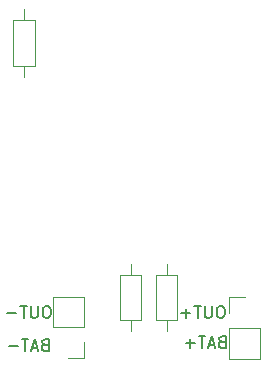
<source format=gbr>
%TF.GenerationSoftware,KiCad,Pcbnew,(6.0.9)*%
%TF.CreationDate,2023-04-16T11:33:15+02:00*%
%TF.ProjectId,PCB_zavrsni,5043425f-7a61-4767-9273-6e692e6b6963,rev?*%
%TF.SameCoordinates,Original*%
%TF.FileFunction,Legend,Bot*%
%TF.FilePolarity,Positive*%
%FSLAX46Y46*%
G04 Gerber Fmt 4.6, Leading zero omitted, Abs format (unit mm)*
G04 Created by KiCad (PCBNEW (6.0.9)) date 2023-04-16 11:33:15*
%MOMM*%
%LPD*%
G01*
G04 APERTURE LIST*
%ADD10C,0.150000*%
%ADD11C,0.120000*%
G04 APERTURE END LIST*
D10*
X216757047Y-70572380D02*
X216566571Y-70572380D01*
X216471333Y-70620000D01*
X216376095Y-70715238D01*
X216328476Y-70905714D01*
X216328476Y-71239047D01*
X216376095Y-71429523D01*
X216471333Y-71524761D01*
X216566571Y-71572380D01*
X216757047Y-71572380D01*
X216852285Y-71524761D01*
X216947523Y-71429523D01*
X216995142Y-71239047D01*
X216995142Y-70905714D01*
X216947523Y-70715238D01*
X216852285Y-70620000D01*
X216757047Y-70572380D01*
X215899904Y-70572380D02*
X215899904Y-71381904D01*
X215852285Y-71477142D01*
X215804666Y-71524761D01*
X215709428Y-71572380D01*
X215518952Y-71572380D01*
X215423714Y-71524761D01*
X215376095Y-71477142D01*
X215328476Y-71381904D01*
X215328476Y-70572380D01*
X214995142Y-70572380D02*
X214423714Y-70572380D01*
X214709428Y-71572380D02*
X214709428Y-70572380D01*
X214090380Y-71191428D02*
X213328476Y-71191428D01*
X213709428Y-71572380D02*
X213709428Y-70810476D01*
X216749142Y-73588571D02*
X216606285Y-73636190D01*
X216558666Y-73683809D01*
X216511047Y-73779047D01*
X216511047Y-73921904D01*
X216558666Y-74017142D01*
X216606285Y-74064761D01*
X216701523Y-74112380D01*
X217082476Y-74112380D01*
X217082476Y-73112380D01*
X216749142Y-73112380D01*
X216653904Y-73160000D01*
X216606285Y-73207619D01*
X216558666Y-73302857D01*
X216558666Y-73398095D01*
X216606285Y-73493333D01*
X216653904Y-73540952D01*
X216749142Y-73588571D01*
X217082476Y-73588571D01*
X216130095Y-73826666D02*
X215653904Y-73826666D01*
X216225333Y-74112380D02*
X215892000Y-73112380D01*
X215558666Y-74112380D01*
X215368190Y-73112380D02*
X214796761Y-73112380D01*
X215082476Y-74112380D02*
X215082476Y-73112380D01*
X214463428Y-73731428D02*
X213701523Y-73731428D01*
X214082476Y-74112380D02*
X214082476Y-73350476D01*
X202025047Y-70572380D02*
X201834571Y-70572380D01*
X201739333Y-70620000D01*
X201644095Y-70715238D01*
X201596476Y-70905714D01*
X201596476Y-71239047D01*
X201644095Y-71429523D01*
X201739333Y-71524761D01*
X201834571Y-71572380D01*
X202025047Y-71572380D01*
X202120285Y-71524761D01*
X202215523Y-71429523D01*
X202263142Y-71239047D01*
X202263142Y-70905714D01*
X202215523Y-70715238D01*
X202120285Y-70620000D01*
X202025047Y-70572380D01*
X201167904Y-70572380D02*
X201167904Y-71381904D01*
X201120285Y-71477142D01*
X201072666Y-71524761D01*
X200977428Y-71572380D01*
X200786952Y-71572380D01*
X200691714Y-71524761D01*
X200644095Y-71477142D01*
X200596476Y-71381904D01*
X200596476Y-70572380D01*
X200263142Y-70572380D02*
X199691714Y-70572380D01*
X199977428Y-71572380D02*
X199977428Y-70572380D01*
X199358380Y-71191428D02*
X198596476Y-71191428D01*
X201763142Y-73842571D02*
X201620285Y-73890190D01*
X201572666Y-73937809D01*
X201525047Y-74033047D01*
X201525047Y-74175904D01*
X201572666Y-74271142D01*
X201620285Y-74318761D01*
X201715523Y-74366380D01*
X202096476Y-74366380D01*
X202096476Y-73366380D01*
X201763142Y-73366380D01*
X201667904Y-73414000D01*
X201620285Y-73461619D01*
X201572666Y-73556857D01*
X201572666Y-73652095D01*
X201620285Y-73747333D01*
X201667904Y-73794952D01*
X201763142Y-73842571D01*
X202096476Y-73842571D01*
X201144095Y-74080666D02*
X200667904Y-74080666D01*
X201239333Y-74366380D02*
X200906000Y-73366380D01*
X200572666Y-74366380D01*
X200382190Y-73366380D02*
X199810761Y-73366380D01*
X200096476Y-74366380D02*
X200096476Y-73366380D01*
X199477428Y-73985428D02*
X198715523Y-73985428D01*
D11*
%TO.C,R3*%
X199080000Y-50230000D02*
X199080000Y-46390000D01*
X199080000Y-46390000D02*
X200920000Y-46390000D01*
X200920000Y-46390000D02*
X200920000Y-50230000D01*
X200000000Y-51180000D02*
X200000000Y-50230000D01*
X200000000Y-45440000D02*
X200000000Y-46390000D01*
X200920000Y-50230000D02*
X199080000Y-50230000D01*
%TO.C,J4*%
X205088000Y-72370000D02*
X205088000Y-69770000D01*
X202428000Y-72370000D02*
X205088000Y-72370000D01*
X202428000Y-69770000D02*
X205088000Y-69770000D01*
X202428000Y-72370000D02*
X202428000Y-69770000D01*
X203758000Y-74970000D02*
X205088000Y-74970000D01*
X205088000Y-74970000D02*
X205088000Y-73640000D01*
%TO.C,R2*%
X209962000Y-67930000D02*
X209962000Y-71770000D01*
X209042000Y-66980000D02*
X209042000Y-67930000D01*
X208122000Y-67930000D02*
X209962000Y-67930000D01*
X209962000Y-71770000D02*
X208122000Y-71770000D01*
X209042000Y-72720000D02*
X209042000Y-71770000D01*
X208122000Y-71770000D02*
X208122000Y-67930000D01*
%TO.C,R1*%
X211170000Y-67930000D02*
X213010000Y-67930000D01*
X212090000Y-66980000D02*
X212090000Y-67930000D01*
X213010000Y-67930000D02*
X213010000Y-71770000D01*
X212090000Y-72720000D02*
X212090000Y-71770000D01*
X211170000Y-71770000D02*
X211170000Y-67930000D01*
X213010000Y-71770000D02*
X211170000Y-71770000D01*
%TO.C,J3*%
X217364000Y-69810000D02*
X217364000Y-71140000D01*
X220024000Y-72410000D02*
X220024000Y-75010000D01*
X220024000Y-75010000D02*
X217364000Y-75010000D01*
X218694000Y-69810000D02*
X217364000Y-69810000D01*
X217364000Y-72410000D02*
X217364000Y-75010000D01*
X220024000Y-72410000D02*
X217364000Y-72410000D01*
%TD*%
M02*

</source>
